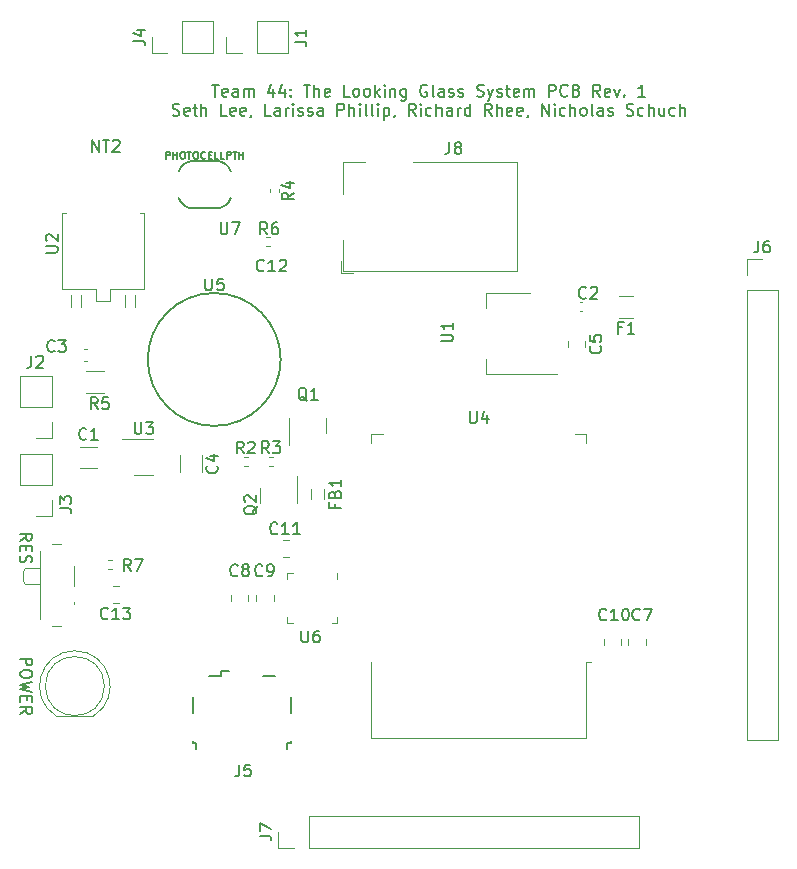
<source format=gbr>
%TF.GenerationSoftware,KiCad,Pcbnew,(6.0.1)*%
%TF.CreationDate,2022-03-22T21:47:25-04:00*%
%TF.ProjectId,Looking Glass,4c6f6f6b-696e-4672-9047-6c6173732e6b,rev?*%
%TF.SameCoordinates,Original*%
%TF.FileFunction,Legend,Top*%
%TF.FilePolarity,Positive*%
%FSLAX46Y46*%
G04 Gerber Fmt 4.6, Leading zero omitted, Abs format (unit mm)*
G04 Created by KiCad (PCBNEW (6.0.1)) date 2022-03-22 21:47:25*
%MOMM*%
%LPD*%
G01*
G04 APERTURE LIST*
%ADD10C,0.150000*%
%ADD11C,0.127000*%
%ADD12C,0.120000*%
%ADD13C,0.152400*%
%ADD14C,0.203200*%
G04 APERTURE END LIST*
D10*
X47519047Y-106547380D02*
X48090476Y-106547380D01*
X47804761Y-107547380D02*
X47804761Y-106547380D01*
X48804761Y-107499761D02*
X48709523Y-107547380D01*
X48519047Y-107547380D01*
X48423809Y-107499761D01*
X48376190Y-107404523D01*
X48376190Y-107023571D01*
X48423809Y-106928333D01*
X48519047Y-106880714D01*
X48709523Y-106880714D01*
X48804761Y-106928333D01*
X48852380Y-107023571D01*
X48852380Y-107118809D01*
X48376190Y-107214047D01*
X49709523Y-107547380D02*
X49709523Y-107023571D01*
X49661904Y-106928333D01*
X49566666Y-106880714D01*
X49376190Y-106880714D01*
X49280952Y-106928333D01*
X49709523Y-107499761D02*
X49614285Y-107547380D01*
X49376190Y-107547380D01*
X49280952Y-107499761D01*
X49233333Y-107404523D01*
X49233333Y-107309285D01*
X49280952Y-107214047D01*
X49376190Y-107166428D01*
X49614285Y-107166428D01*
X49709523Y-107118809D01*
X50185714Y-107547380D02*
X50185714Y-106880714D01*
X50185714Y-106975952D02*
X50233333Y-106928333D01*
X50328571Y-106880714D01*
X50471428Y-106880714D01*
X50566666Y-106928333D01*
X50614285Y-107023571D01*
X50614285Y-107547380D01*
X50614285Y-107023571D02*
X50661904Y-106928333D01*
X50757142Y-106880714D01*
X50900000Y-106880714D01*
X50995238Y-106928333D01*
X51042857Y-107023571D01*
X51042857Y-107547380D01*
X52709523Y-106880714D02*
X52709523Y-107547380D01*
X52471428Y-106499761D02*
X52233333Y-107214047D01*
X52852380Y-107214047D01*
X53661904Y-106880714D02*
X53661904Y-107547380D01*
X53423809Y-106499761D02*
X53185714Y-107214047D01*
X53804761Y-107214047D01*
X54185714Y-107452142D02*
X54233333Y-107499761D01*
X54185714Y-107547380D01*
X54138095Y-107499761D01*
X54185714Y-107452142D01*
X54185714Y-107547380D01*
X54185714Y-106928333D02*
X54233333Y-106975952D01*
X54185714Y-107023571D01*
X54138095Y-106975952D01*
X54185714Y-106928333D01*
X54185714Y-107023571D01*
X55280952Y-106547380D02*
X55852380Y-106547380D01*
X55566666Y-107547380D02*
X55566666Y-106547380D01*
X56185714Y-107547380D02*
X56185714Y-106547380D01*
X56614285Y-107547380D02*
X56614285Y-107023571D01*
X56566666Y-106928333D01*
X56471428Y-106880714D01*
X56328571Y-106880714D01*
X56233333Y-106928333D01*
X56185714Y-106975952D01*
X57471428Y-107499761D02*
X57376190Y-107547380D01*
X57185714Y-107547380D01*
X57090476Y-107499761D01*
X57042857Y-107404523D01*
X57042857Y-107023571D01*
X57090476Y-106928333D01*
X57185714Y-106880714D01*
X57376190Y-106880714D01*
X57471428Y-106928333D01*
X57519047Y-107023571D01*
X57519047Y-107118809D01*
X57042857Y-107214047D01*
X59185714Y-107547380D02*
X58709523Y-107547380D01*
X58709523Y-106547380D01*
X59661904Y-107547380D02*
X59566666Y-107499761D01*
X59519047Y-107452142D01*
X59471428Y-107356904D01*
X59471428Y-107071190D01*
X59519047Y-106975952D01*
X59566666Y-106928333D01*
X59661904Y-106880714D01*
X59804761Y-106880714D01*
X59900000Y-106928333D01*
X59947619Y-106975952D01*
X59995238Y-107071190D01*
X59995238Y-107356904D01*
X59947619Y-107452142D01*
X59900000Y-107499761D01*
X59804761Y-107547380D01*
X59661904Y-107547380D01*
X60566666Y-107547380D02*
X60471428Y-107499761D01*
X60423809Y-107452142D01*
X60376190Y-107356904D01*
X60376190Y-107071190D01*
X60423809Y-106975952D01*
X60471428Y-106928333D01*
X60566666Y-106880714D01*
X60709523Y-106880714D01*
X60804761Y-106928333D01*
X60852380Y-106975952D01*
X60900000Y-107071190D01*
X60900000Y-107356904D01*
X60852380Y-107452142D01*
X60804761Y-107499761D01*
X60709523Y-107547380D01*
X60566666Y-107547380D01*
X61328571Y-107547380D02*
X61328571Y-106547380D01*
X61423809Y-107166428D02*
X61709523Y-107547380D01*
X61709523Y-106880714D02*
X61328571Y-107261666D01*
X62138095Y-107547380D02*
X62138095Y-106880714D01*
X62138095Y-106547380D02*
X62090476Y-106595000D01*
X62138095Y-106642619D01*
X62185714Y-106595000D01*
X62138095Y-106547380D01*
X62138095Y-106642619D01*
X62614285Y-106880714D02*
X62614285Y-107547380D01*
X62614285Y-106975952D02*
X62661904Y-106928333D01*
X62757142Y-106880714D01*
X62900000Y-106880714D01*
X62995238Y-106928333D01*
X63042857Y-107023571D01*
X63042857Y-107547380D01*
X63947619Y-106880714D02*
X63947619Y-107690238D01*
X63900000Y-107785476D01*
X63852380Y-107833095D01*
X63757142Y-107880714D01*
X63614285Y-107880714D01*
X63519047Y-107833095D01*
X63947619Y-107499761D02*
X63852380Y-107547380D01*
X63661904Y-107547380D01*
X63566666Y-107499761D01*
X63519047Y-107452142D01*
X63471428Y-107356904D01*
X63471428Y-107071190D01*
X63519047Y-106975952D01*
X63566666Y-106928333D01*
X63661904Y-106880714D01*
X63852380Y-106880714D01*
X63947619Y-106928333D01*
X65709523Y-106595000D02*
X65614285Y-106547380D01*
X65471428Y-106547380D01*
X65328571Y-106595000D01*
X65233333Y-106690238D01*
X65185714Y-106785476D01*
X65138095Y-106975952D01*
X65138095Y-107118809D01*
X65185714Y-107309285D01*
X65233333Y-107404523D01*
X65328571Y-107499761D01*
X65471428Y-107547380D01*
X65566666Y-107547380D01*
X65709523Y-107499761D01*
X65757142Y-107452142D01*
X65757142Y-107118809D01*
X65566666Y-107118809D01*
X66328571Y-107547380D02*
X66233333Y-107499761D01*
X66185714Y-107404523D01*
X66185714Y-106547380D01*
X67138095Y-107547380D02*
X67138095Y-107023571D01*
X67090476Y-106928333D01*
X66995238Y-106880714D01*
X66804761Y-106880714D01*
X66709523Y-106928333D01*
X67138095Y-107499761D02*
X67042857Y-107547380D01*
X66804761Y-107547380D01*
X66709523Y-107499761D01*
X66661904Y-107404523D01*
X66661904Y-107309285D01*
X66709523Y-107214047D01*
X66804761Y-107166428D01*
X67042857Y-107166428D01*
X67138095Y-107118809D01*
X67566666Y-107499761D02*
X67661904Y-107547380D01*
X67852380Y-107547380D01*
X67947619Y-107499761D01*
X67995238Y-107404523D01*
X67995238Y-107356904D01*
X67947619Y-107261666D01*
X67852380Y-107214047D01*
X67709523Y-107214047D01*
X67614285Y-107166428D01*
X67566666Y-107071190D01*
X67566666Y-107023571D01*
X67614285Y-106928333D01*
X67709523Y-106880714D01*
X67852380Y-106880714D01*
X67947619Y-106928333D01*
X68376190Y-107499761D02*
X68471428Y-107547380D01*
X68661904Y-107547380D01*
X68757142Y-107499761D01*
X68804761Y-107404523D01*
X68804761Y-107356904D01*
X68757142Y-107261666D01*
X68661904Y-107214047D01*
X68519047Y-107214047D01*
X68423809Y-107166428D01*
X68376190Y-107071190D01*
X68376190Y-107023571D01*
X68423809Y-106928333D01*
X68519047Y-106880714D01*
X68661904Y-106880714D01*
X68757142Y-106928333D01*
X69947619Y-107499761D02*
X70090476Y-107547380D01*
X70328571Y-107547380D01*
X70423809Y-107499761D01*
X70471428Y-107452142D01*
X70519047Y-107356904D01*
X70519047Y-107261666D01*
X70471428Y-107166428D01*
X70423809Y-107118809D01*
X70328571Y-107071190D01*
X70138095Y-107023571D01*
X70042857Y-106975952D01*
X69995238Y-106928333D01*
X69947619Y-106833095D01*
X69947619Y-106737857D01*
X69995238Y-106642619D01*
X70042857Y-106595000D01*
X70138095Y-106547380D01*
X70376190Y-106547380D01*
X70519047Y-106595000D01*
X70852380Y-106880714D02*
X71090476Y-107547380D01*
X71328571Y-106880714D02*
X71090476Y-107547380D01*
X70995238Y-107785476D01*
X70947619Y-107833095D01*
X70852380Y-107880714D01*
X71661904Y-107499761D02*
X71757142Y-107547380D01*
X71947619Y-107547380D01*
X72042857Y-107499761D01*
X72090476Y-107404523D01*
X72090476Y-107356904D01*
X72042857Y-107261666D01*
X71947619Y-107214047D01*
X71804761Y-107214047D01*
X71709523Y-107166428D01*
X71661904Y-107071190D01*
X71661904Y-107023571D01*
X71709523Y-106928333D01*
X71804761Y-106880714D01*
X71947619Y-106880714D01*
X72042857Y-106928333D01*
X72376190Y-106880714D02*
X72757142Y-106880714D01*
X72519047Y-106547380D02*
X72519047Y-107404523D01*
X72566666Y-107499761D01*
X72661904Y-107547380D01*
X72757142Y-107547380D01*
X73471428Y-107499761D02*
X73376190Y-107547380D01*
X73185714Y-107547380D01*
X73090476Y-107499761D01*
X73042857Y-107404523D01*
X73042857Y-107023571D01*
X73090476Y-106928333D01*
X73185714Y-106880714D01*
X73376190Y-106880714D01*
X73471428Y-106928333D01*
X73519047Y-107023571D01*
X73519047Y-107118809D01*
X73042857Y-107214047D01*
X73947619Y-107547380D02*
X73947619Y-106880714D01*
X73947619Y-106975952D02*
X73995238Y-106928333D01*
X74090476Y-106880714D01*
X74233333Y-106880714D01*
X74328571Y-106928333D01*
X74376190Y-107023571D01*
X74376190Y-107547380D01*
X74376190Y-107023571D02*
X74423809Y-106928333D01*
X74519047Y-106880714D01*
X74661904Y-106880714D01*
X74757142Y-106928333D01*
X74804761Y-107023571D01*
X74804761Y-107547380D01*
X76042857Y-107547380D02*
X76042857Y-106547380D01*
X76423809Y-106547380D01*
X76519047Y-106595000D01*
X76566666Y-106642619D01*
X76614285Y-106737857D01*
X76614285Y-106880714D01*
X76566666Y-106975952D01*
X76519047Y-107023571D01*
X76423809Y-107071190D01*
X76042857Y-107071190D01*
X77614285Y-107452142D02*
X77566666Y-107499761D01*
X77423809Y-107547380D01*
X77328571Y-107547380D01*
X77185714Y-107499761D01*
X77090476Y-107404523D01*
X77042857Y-107309285D01*
X76995238Y-107118809D01*
X76995238Y-106975952D01*
X77042857Y-106785476D01*
X77090476Y-106690238D01*
X77185714Y-106595000D01*
X77328571Y-106547380D01*
X77423809Y-106547380D01*
X77566666Y-106595000D01*
X77614285Y-106642619D01*
X78376190Y-107023571D02*
X78519047Y-107071190D01*
X78566666Y-107118809D01*
X78614285Y-107214047D01*
X78614285Y-107356904D01*
X78566666Y-107452142D01*
X78519047Y-107499761D01*
X78423809Y-107547380D01*
X78042857Y-107547380D01*
X78042857Y-106547380D01*
X78376190Y-106547380D01*
X78471428Y-106595000D01*
X78519047Y-106642619D01*
X78566666Y-106737857D01*
X78566666Y-106833095D01*
X78519047Y-106928333D01*
X78471428Y-106975952D01*
X78376190Y-107023571D01*
X78042857Y-107023571D01*
X80376190Y-107547380D02*
X80042857Y-107071190D01*
X79804761Y-107547380D02*
X79804761Y-106547380D01*
X80185714Y-106547380D01*
X80280952Y-106595000D01*
X80328571Y-106642619D01*
X80376190Y-106737857D01*
X80376190Y-106880714D01*
X80328571Y-106975952D01*
X80280952Y-107023571D01*
X80185714Y-107071190D01*
X79804761Y-107071190D01*
X81185714Y-107499761D02*
X81090476Y-107547380D01*
X80899999Y-107547380D01*
X80804761Y-107499761D01*
X80757142Y-107404523D01*
X80757142Y-107023571D01*
X80804761Y-106928333D01*
X80899999Y-106880714D01*
X81090476Y-106880714D01*
X81185714Y-106928333D01*
X81233333Y-107023571D01*
X81233333Y-107118809D01*
X80757142Y-107214047D01*
X81566666Y-106880714D02*
X81804761Y-107547380D01*
X82042857Y-106880714D01*
X82423809Y-107452142D02*
X82471428Y-107499761D01*
X82423809Y-107547380D01*
X82376190Y-107499761D01*
X82423809Y-107452142D01*
X82423809Y-107547380D01*
X84185714Y-107547380D02*
X83614285Y-107547380D01*
X83900000Y-107547380D02*
X83900000Y-106547380D01*
X83804761Y-106690238D01*
X83709523Y-106785476D01*
X83614285Y-106833095D01*
X44185714Y-109109761D02*
X44328571Y-109157380D01*
X44566666Y-109157380D01*
X44661904Y-109109761D01*
X44709523Y-109062142D01*
X44757142Y-108966904D01*
X44757142Y-108871666D01*
X44709523Y-108776428D01*
X44661904Y-108728809D01*
X44566666Y-108681190D01*
X44376190Y-108633571D01*
X44280952Y-108585952D01*
X44233333Y-108538333D01*
X44185714Y-108443095D01*
X44185714Y-108347857D01*
X44233333Y-108252619D01*
X44280952Y-108205000D01*
X44376190Y-108157380D01*
X44614285Y-108157380D01*
X44757142Y-108205000D01*
X45566666Y-109109761D02*
X45471428Y-109157380D01*
X45280952Y-109157380D01*
X45185714Y-109109761D01*
X45138095Y-109014523D01*
X45138095Y-108633571D01*
X45185714Y-108538333D01*
X45280952Y-108490714D01*
X45471428Y-108490714D01*
X45566666Y-108538333D01*
X45614285Y-108633571D01*
X45614285Y-108728809D01*
X45138095Y-108824047D01*
X45900000Y-108490714D02*
X46280952Y-108490714D01*
X46042857Y-108157380D02*
X46042857Y-109014523D01*
X46090476Y-109109761D01*
X46185714Y-109157380D01*
X46280952Y-109157380D01*
X46614285Y-109157380D02*
X46614285Y-108157380D01*
X47042857Y-109157380D02*
X47042857Y-108633571D01*
X46995238Y-108538333D01*
X46900000Y-108490714D01*
X46757142Y-108490714D01*
X46661904Y-108538333D01*
X46614285Y-108585952D01*
X48757142Y-109157380D02*
X48280952Y-109157380D01*
X48280952Y-108157380D01*
X49471428Y-109109761D02*
X49376190Y-109157380D01*
X49185714Y-109157380D01*
X49090476Y-109109761D01*
X49042857Y-109014523D01*
X49042857Y-108633571D01*
X49090476Y-108538333D01*
X49185714Y-108490714D01*
X49376190Y-108490714D01*
X49471428Y-108538333D01*
X49519047Y-108633571D01*
X49519047Y-108728809D01*
X49042857Y-108824047D01*
X50328571Y-109109761D02*
X50233333Y-109157380D01*
X50042857Y-109157380D01*
X49947619Y-109109761D01*
X49900000Y-109014523D01*
X49900000Y-108633571D01*
X49947619Y-108538333D01*
X50042857Y-108490714D01*
X50233333Y-108490714D01*
X50328571Y-108538333D01*
X50376190Y-108633571D01*
X50376190Y-108728809D01*
X49900000Y-108824047D01*
X50852380Y-109109761D02*
X50852380Y-109157380D01*
X50804761Y-109252619D01*
X50757142Y-109300238D01*
X52519047Y-109157380D02*
X52042857Y-109157380D01*
X52042857Y-108157380D01*
X53280952Y-109157380D02*
X53280952Y-108633571D01*
X53233333Y-108538333D01*
X53138095Y-108490714D01*
X52947619Y-108490714D01*
X52852380Y-108538333D01*
X53280952Y-109109761D02*
X53185714Y-109157380D01*
X52947619Y-109157380D01*
X52852380Y-109109761D01*
X52804761Y-109014523D01*
X52804761Y-108919285D01*
X52852380Y-108824047D01*
X52947619Y-108776428D01*
X53185714Y-108776428D01*
X53280952Y-108728809D01*
X53757142Y-109157380D02*
X53757142Y-108490714D01*
X53757142Y-108681190D02*
X53804761Y-108585952D01*
X53852380Y-108538333D01*
X53947619Y-108490714D01*
X54042857Y-108490714D01*
X54376190Y-109157380D02*
X54376190Y-108490714D01*
X54376190Y-108157380D02*
X54328571Y-108205000D01*
X54376190Y-108252619D01*
X54423809Y-108205000D01*
X54376190Y-108157380D01*
X54376190Y-108252619D01*
X54804761Y-109109761D02*
X54900000Y-109157380D01*
X55090476Y-109157380D01*
X55185714Y-109109761D01*
X55233333Y-109014523D01*
X55233333Y-108966904D01*
X55185714Y-108871666D01*
X55090476Y-108824047D01*
X54947619Y-108824047D01*
X54852380Y-108776428D01*
X54804761Y-108681190D01*
X54804761Y-108633571D01*
X54852380Y-108538333D01*
X54947619Y-108490714D01*
X55090476Y-108490714D01*
X55185714Y-108538333D01*
X55614285Y-109109761D02*
X55709523Y-109157380D01*
X55900000Y-109157380D01*
X55995238Y-109109761D01*
X56042857Y-109014523D01*
X56042857Y-108966904D01*
X55995238Y-108871666D01*
X55900000Y-108824047D01*
X55757142Y-108824047D01*
X55661904Y-108776428D01*
X55614285Y-108681190D01*
X55614285Y-108633571D01*
X55661904Y-108538333D01*
X55757142Y-108490714D01*
X55900000Y-108490714D01*
X55995238Y-108538333D01*
X56900000Y-109157380D02*
X56900000Y-108633571D01*
X56852380Y-108538333D01*
X56757142Y-108490714D01*
X56566666Y-108490714D01*
X56471428Y-108538333D01*
X56900000Y-109109761D02*
X56804761Y-109157380D01*
X56566666Y-109157380D01*
X56471428Y-109109761D01*
X56423809Y-109014523D01*
X56423809Y-108919285D01*
X56471428Y-108824047D01*
X56566666Y-108776428D01*
X56804761Y-108776428D01*
X56900000Y-108728809D01*
X58138095Y-109157380D02*
X58138095Y-108157380D01*
X58519047Y-108157380D01*
X58614285Y-108205000D01*
X58661904Y-108252619D01*
X58709523Y-108347857D01*
X58709523Y-108490714D01*
X58661904Y-108585952D01*
X58614285Y-108633571D01*
X58519047Y-108681190D01*
X58138095Y-108681190D01*
X59138095Y-109157380D02*
X59138095Y-108157380D01*
X59566666Y-109157380D02*
X59566666Y-108633571D01*
X59519047Y-108538333D01*
X59423809Y-108490714D01*
X59280952Y-108490714D01*
X59185714Y-108538333D01*
X59138095Y-108585952D01*
X60042857Y-109157380D02*
X60042857Y-108490714D01*
X60042857Y-108157380D02*
X59995238Y-108205000D01*
X60042857Y-108252619D01*
X60090476Y-108205000D01*
X60042857Y-108157380D01*
X60042857Y-108252619D01*
X60661904Y-109157380D02*
X60566666Y-109109761D01*
X60519047Y-109014523D01*
X60519047Y-108157380D01*
X61185714Y-109157380D02*
X61090476Y-109109761D01*
X61042857Y-109014523D01*
X61042857Y-108157380D01*
X61566666Y-109157380D02*
X61566666Y-108490714D01*
X61566666Y-108157380D02*
X61519047Y-108205000D01*
X61566666Y-108252619D01*
X61614285Y-108205000D01*
X61566666Y-108157380D01*
X61566666Y-108252619D01*
X62042857Y-108490714D02*
X62042857Y-109490714D01*
X62042857Y-108538333D02*
X62138095Y-108490714D01*
X62328571Y-108490714D01*
X62423809Y-108538333D01*
X62471428Y-108585952D01*
X62519047Y-108681190D01*
X62519047Y-108966904D01*
X62471428Y-109062142D01*
X62423809Y-109109761D01*
X62328571Y-109157380D01*
X62138095Y-109157380D01*
X62042857Y-109109761D01*
X62995238Y-109109761D02*
X62995238Y-109157380D01*
X62947619Y-109252619D01*
X62900000Y-109300238D01*
X64757142Y-109157380D02*
X64423809Y-108681190D01*
X64185714Y-109157380D02*
X64185714Y-108157380D01*
X64566666Y-108157380D01*
X64661904Y-108205000D01*
X64709523Y-108252619D01*
X64757142Y-108347857D01*
X64757142Y-108490714D01*
X64709523Y-108585952D01*
X64661904Y-108633571D01*
X64566666Y-108681190D01*
X64185714Y-108681190D01*
X65185714Y-109157380D02*
X65185714Y-108490714D01*
X65185714Y-108157380D02*
X65138095Y-108205000D01*
X65185714Y-108252619D01*
X65233333Y-108205000D01*
X65185714Y-108157380D01*
X65185714Y-108252619D01*
X66090476Y-109109761D02*
X65995238Y-109157380D01*
X65804761Y-109157380D01*
X65709523Y-109109761D01*
X65661904Y-109062142D01*
X65614285Y-108966904D01*
X65614285Y-108681190D01*
X65661904Y-108585952D01*
X65709523Y-108538333D01*
X65804761Y-108490714D01*
X65995238Y-108490714D01*
X66090476Y-108538333D01*
X66519047Y-109157380D02*
X66519047Y-108157380D01*
X66947619Y-109157380D02*
X66947619Y-108633571D01*
X66900000Y-108538333D01*
X66804761Y-108490714D01*
X66661904Y-108490714D01*
X66566666Y-108538333D01*
X66519047Y-108585952D01*
X67852380Y-109157380D02*
X67852380Y-108633571D01*
X67804761Y-108538333D01*
X67709523Y-108490714D01*
X67519047Y-108490714D01*
X67423809Y-108538333D01*
X67852380Y-109109761D02*
X67757142Y-109157380D01*
X67519047Y-109157380D01*
X67423809Y-109109761D01*
X67376190Y-109014523D01*
X67376190Y-108919285D01*
X67423809Y-108824047D01*
X67519047Y-108776428D01*
X67757142Y-108776428D01*
X67852380Y-108728809D01*
X68328571Y-109157380D02*
X68328571Y-108490714D01*
X68328571Y-108681190D02*
X68376190Y-108585952D01*
X68423809Y-108538333D01*
X68519047Y-108490714D01*
X68614285Y-108490714D01*
X69376190Y-109157380D02*
X69376190Y-108157380D01*
X69376190Y-109109761D02*
X69280952Y-109157380D01*
X69090476Y-109157380D01*
X68995238Y-109109761D01*
X68947619Y-109062142D01*
X68900000Y-108966904D01*
X68900000Y-108681190D01*
X68947619Y-108585952D01*
X68995238Y-108538333D01*
X69090476Y-108490714D01*
X69280952Y-108490714D01*
X69376190Y-108538333D01*
X71185714Y-109157380D02*
X70852380Y-108681190D01*
X70614285Y-109157380D02*
X70614285Y-108157380D01*
X70995238Y-108157380D01*
X71090476Y-108205000D01*
X71138095Y-108252619D01*
X71185714Y-108347857D01*
X71185714Y-108490714D01*
X71138095Y-108585952D01*
X71090476Y-108633571D01*
X70995238Y-108681190D01*
X70614285Y-108681190D01*
X71614285Y-109157380D02*
X71614285Y-108157380D01*
X72042857Y-109157380D02*
X72042857Y-108633571D01*
X71995238Y-108538333D01*
X71900000Y-108490714D01*
X71757142Y-108490714D01*
X71661904Y-108538333D01*
X71614285Y-108585952D01*
X72900000Y-109109761D02*
X72804761Y-109157380D01*
X72614285Y-109157380D01*
X72519047Y-109109761D01*
X72471428Y-109014523D01*
X72471428Y-108633571D01*
X72519047Y-108538333D01*
X72614285Y-108490714D01*
X72804761Y-108490714D01*
X72900000Y-108538333D01*
X72947619Y-108633571D01*
X72947619Y-108728809D01*
X72471428Y-108824047D01*
X73757142Y-109109761D02*
X73661904Y-109157380D01*
X73471428Y-109157380D01*
X73376190Y-109109761D01*
X73328571Y-109014523D01*
X73328571Y-108633571D01*
X73376190Y-108538333D01*
X73471428Y-108490714D01*
X73661904Y-108490714D01*
X73757142Y-108538333D01*
X73804761Y-108633571D01*
X73804761Y-108728809D01*
X73328571Y-108824047D01*
X74280952Y-109109761D02*
X74280952Y-109157380D01*
X74233333Y-109252619D01*
X74185714Y-109300238D01*
X75471428Y-109157380D02*
X75471428Y-108157380D01*
X76042857Y-109157380D01*
X76042857Y-108157380D01*
X76519047Y-109157380D02*
X76519047Y-108490714D01*
X76519047Y-108157380D02*
X76471428Y-108205000D01*
X76519047Y-108252619D01*
X76566666Y-108205000D01*
X76519047Y-108157380D01*
X76519047Y-108252619D01*
X77423809Y-109109761D02*
X77328571Y-109157380D01*
X77138095Y-109157380D01*
X77042857Y-109109761D01*
X76995238Y-109062142D01*
X76947619Y-108966904D01*
X76947619Y-108681190D01*
X76995238Y-108585952D01*
X77042857Y-108538333D01*
X77138095Y-108490714D01*
X77328571Y-108490714D01*
X77423809Y-108538333D01*
X77852380Y-109157380D02*
X77852380Y-108157380D01*
X78280952Y-109157380D02*
X78280952Y-108633571D01*
X78233333Y-108538333D01*
X78138095Y-108490714D01*
X77995238Y-108490714D01*
X77900000Y-108538333D01*
X77852380Y-108585952D01*
X78900000Y-109157380D02*
X78804761Y-109109761D01*
X78757142Y-109062142D01*
X78709523Y-108966904D01*
X78709523Y-108681190D01*
X78757142Y-108585952D01*
X78804761Y-108538333D01*
X78900000Y-108490714D01*
X79042857Y-108490714D01*
X79138095Y-108538333D01*
X79185714Y-108585952D01*
X79233333Y-108681190D01*
X79233333Y-108966904D01*
X79185714Y-109062142D01*
X79138095Y-109109761D01*
X79042857Y-109157380D01*
X78900000Y-109157380D01*
X79804761Y-109157380D02*
X79709523Y-109109761D01*
X79661904Y-109014523D01*
X79661904Y-108157380D01*
X80614285Y-109157380D02*
X80614285Y-108633571D01*
X80566666Y-108538333D01*
X80471428Y-108490714D01*
X80280952Y-108490714D01*
X80185714Y-108538333D01*
X80614285Y-109109761D02*
X80519047Y-109157380D01*
X80280952Y-109157380D01*
X80185714Y-109109761D01*
X80138095Y-109014523D01*
X80138095Y-108919285D01*
X80185714Y-108824047D01*
X80280952Y-108776428D01*
X80519047Y-108776428D01*
X80614285Y-108728809D01*
X81042857Y-109109761D02*
X81138095Y-109157380D01*
X81328571Y-109157380D01*
X81423809Y-109109761D01*
X81471428Y-109014523D01*
X81471428Y-108966904D01*
X81423809Y-108871666D01*
X81328571Y-108824047D01*
X81185714Y-108824047D01*
X81090476Y-108776428D01*
X81042857Y-108681190D01*
X81042857Y-108633571D01*
X81090476Y-108538333D01*
X81185714Y-108490714D01*
X81328571Y-108490714D01*
X81423809Y-108538333D01*
X82614285Y-109109761D02*
X82757142Y-109157380D01*
X82995238Y-109157380D01*
X83090476Y-109109761D01*
X83138095Y-109062142D01*
X83185714Y-108966904D01*
X83185714Y-108871666D01*
X83138095Y-108776428D01*
X83090476Y-108728809D01*
X82995238Y-108681190D01*
X82804761Y-108633571D01*
X82709523Y-108585952D01*
X82661904Y-108538333D01*
X82614285Y-108443095D01*
X82614285Y-108347857D01*
X82661904Y-108252619D01*
X82709523Y-108205000D01*
X82804761Y-108157380D01*
X83042857Y-108157380D01*
X83185714Y-108205000D01*
X84042857Y-109109761D02*
X83947619Y-109157380D01*
X83757142Y-109157380D01*
X83661904Y-109109761D01*
X83614285Y-109062142D01*
X83566666Y-108966904D01*
X83566666Y-108681190D01*
X83614285Y-108585952D01*
X83661904Y-108538333D01*
X83757142Y-108490714D01*
X83947619Y-108490714D01*
X84042857Y-108538333D01*
X84471428Y-109157380D02*
X84471428Y-108157380D01*
X84900000Y-109157380D02*
X84900000Y-108633571D01*
X84852380Y-108538333D01*
X84757142Y-108490714D01*
X84614285Y-108490714D01*
X84519047Y-108538333D01*
X84471428Y-108585952D01*
X85804761Y-108490714D02*
X85804761Y-109157380D01*
X85376190Y-108490714D02*
X85376190Y-109014523D01*
X85423809Y-109109761D01*
X85519047Y-109157380D01*
X85661904Y-109157380D01*
X85757142Y-109109761D01*
X85804761Y-109062142D01*
X86709523Y-109109761D02*
X86614285Y-109157380D01*
X86423809Y-109157380D01*
X86328571Y-109109761D01*
X86280952Y-109062142D01*
X86233333Y-108966904D01*
X86233333Y-108681190D01*
X86280952Y-108585952D01*
X86328571Y-108538333D01*
X86423809Y-108490714D01*
X86614285Y-108490714D01*
X86709523Y-108538333D01*
X87138095Y-109157380D02*
X87138095Y-108157380D01*
X87566666Y-109157380D02*
X87566666Y-108633571D01*
X87519047Y-108538333D01*
X87423809Y-108490714D01*
X87280952Y-108490714D01*
X87185714Y-108538333D01*
X87138095Y-108585952D01*
X33452380Y-120761904D02*
X34261904Y-120761904D01*
X34357142Y-120714285D01*
X34404761Y-120666666D01*
X34452380Y-120571428D01*
X34452380Y-120380952D01*
X34404761Y-120285714D01*
X34357142Y-120238095D01*
X34261904Y-120190476D01*
X33452380Y-120190476D01*
X33547619Y-119761904D02*
X33500000Y-119714285D01*
X33452380Y-119619047D01*
X33452380Y-119380952D01*
X33500000Y-119285714D01*
X33547619Y-119238095D01*
X33642857Y-119190476D01*
X33738095Y-119190476D01*
X33880952Y-119238095D01*
X34452380Y-119809523D01*
X34452380Y-119190476D01*
X31297619Y-155140476D02*
X32297619Y-155140476D01*
X32297619Y-155521428D01*
X32250000Y-155616666D01*
X32202380Y-155664285D01*
X32107142Y-155711904D01*
X31964285Y-155711904D01*
X31869047Y-155664285D01*
X31821428Y-155616666D01*
X31773809Y-155521428D01*
X31773809Y-155140476D01*
X32297619Y-156330952D02*
X32297619Y-156521428D01*
X32250000Y-156616666D01*
X32154761Y-156711904D01*
X31964285Y-156759523D01*
X31630952Y-156759523D01*
X31440476Y-156711904D01*
X31345238Y-156616666D01*
X31297619Y-156521428D01*
X31297619Y-156330952D01*
X31345238Y-156235714D01*
X31440476Y-156140476D01*
X31630952Y-156092857D01*
X31964285Y-156092857D01*
X32154761Y-156140476D01*
X32250000Y-156235714D01*
X32297619Y-156330952D01*
X32297619Y-157092857D02*
X31297619Y-157330952D01*
X32011904Y-157521428D01*
X31297619Y-157711904D01*
X32297619Y-157950000D01*
X31821428Y-158330952D02*
X31821428Y-158664285D01*
X31297619Y-158807142D02*
X31297619Y-158330952D01*
X32297619Y-158330952D01*
X32297619Y-158807142D01*
X31297619Y-159807142D02*
X31773809Y-159473809D01*
X31297619Y-159235714D02*
X32297619Y-159235714D01*
X32297619Y-159616666D01*
X32250000Y-159711904D01*
X32202380Y-159759523D01*
X32107142Y-159807142D01*
X31964285Y-159807142D01*
X31869047Y-159759523D01*
X31821428Y-159711904D01*
X31773809Y-159616666D01*
X31773809Y-159235714D01*
X48238095Y-118202380D02*
X48238095Y-119011904D01*
X48285714Y-119107142D01*
X48333333Y-119154761D01*
X48428571Y-119202380D01*
X48619047Y-119202380D01*
X48714285Y-119154761D01*
X48761904Y-119107142D01*
X48809523Y-119011904D01*
X48809523Y-118202380D01*
X49190476Y-118202380D02*
X49857142Y-118202380D01*
X49428571Y-119202380D01*
X46938095Y-122952380D02*
X46938095Y-123761904D01*
X46985714Y-123857142D01*
X47033333Y-123904761D01*
X47128571Y-123952380D01*
X47319047Y-123952380D01*
X47414285Y-123904761D01*
X47461904Y-123857142D01*
X47509523Y-123761904D01*
X47509523Y-122952380D01*
X48461904Y-122952380D02*
X47985714Y-122952380D01*
X47938095Y-123428571D01*
X47985714Y-123380952D01*
X48080952Y-123333333D01*
X48319047Y-123333333D01*
X48414285Y-123380952D01*
X48461904Y-123428571D01*
X48509523Y-123523809D01*
X48509523Y-123761904D01*
X48461904Y-123857142D01*
X48414285Y-123904761D01*
X48319047Y-123952380D01*
X48080952Y-123952380D01*
X47985714Y-123904761D01*
X47938095Y-123857142D01*
X31247619Y-145130952D02*
X31723809Y-144797619D01*
X31247619Y-144559523D02*
X32247619Y-144559523D01*
X32247619Y-144940476D01*
X32200000Y-145035714D01*
X32152380Y-145083333D01*
X32057142Y-145130952D01*
X31914285Y-145130952D01*
X31819047Y-145083333D01*
X31771428Y-145035714D01*
X31723809Y-144940476D01*
X31723809Y-144559523D01*
X31771428Y-145559523D02*
X31771428Y-145892857D01*
X31247619Y-146035714D02*
X31247619Y-145559523D01*
X32247619Y-145559523D01*
X32247619Y-146035714D01*
X31295238Y-146416666D02*
X31247619Y-146559523D01*
X31247619Y-146797619D01*
X31295238Y-146892857D01*
X31342857Y-146940476D01*
X31438095Y-146988095D01*
X31533333Y-146988095D01*
X31628571Y-146940476D01*
X31676190Y-146892857D01*
X31723809Y-146797619D01*
X31771428Y-146607142D01*
X31819047Y-146511904D01*
X31866666Y-146464285D01*
X31961904Y-146416666D01*
X32057142Y-146416666D01*
X32152380Y-146464285D01*
X32200000Y-146511904D01*
X32247619Y-146607142D01*
X32247619Y-146845238D01*
X32200000Y-146988095D01*
%TO.C,F1*%
X82216666Y-127093571D02*
X81883333Y-127093571D01*
X81883333Y-127617380D02*
X81883333Y-126617380D01*
X82359523Y-126617380D01*
X83264285Y-127617380D02*
X82692857Y-127617380D01*
X82978571Y-127617380D02*
X82978571Y-126617380D01*
X82883333Y-126760238D01*
X82788095Y-126855476D01*
X82692857Y-126903095D01*
%TO.C,J8*%
X67616666Y-111402380D02*
X67616666Y-112116666D01*
X67569047Y-112259523D01*
X67473809Y-112354761D01*
X67330952Y-112402380D01*
X67235714Y-112402380D01*
X68235714Y-111830952D02*
X68140476Y-111783333D01*
X68092857Y-111735714D01*
X68045238Y-111640476D01*
X68045238Y-111592857D01*
X68092857Y-111497619D01*
X68140476Y-111450000D01*
X68235714Y-111402380D01*
X68426190Y-111402380D01*
X68521428Y-111450000D01*
X68569047Y-111497619D01*
X68616666Y-111592857D01*
X68616666Y-111640476D01*
X68569047Y-111735714D01*
X68521428Y-111783333D01*
X68426190Y-111830952D01*
X68235714Y-111830952D01*
X68140476Y-111878571D01*
X68092857Y-111926190D01*
X68045238Y-112021428D01*
X68045238Y-112211904D01*
X68092857Y-112307142D01*
X68140476Y-112354761D01*
X68235714Y-112402380D01*
X68426190Y-112402380D01*
X68521428Y-112354761D01*
X68569047Y-112307142D01*
X68616666Y-112211904D01*
X68616666Y-112021428D01*
X68569047Y-111926190D01*
X68521428Y-111878571D01*
X68426190Y-111830952D01*
%TO.C,J4*%
X40847380Y-102833333D02*
X41561666Y-102833333D01*
X41704523Y-102880952D01*
X41799761Y-102976190D01*
X41847380Y-103119047D01*
X41847380Y-103214285D01*
X41180714Y-101928571D02*
X41847380Y-101928571D01*
X40799761Y-102166666D02*
X41514047Y-102404761D01*
X41514047Y-101785714D01*
%TO.C,NT1*%
X37357142Y-112211280D02*
X37357142Y-111211280D01*
X37928571Y-112211280D01*
X37928571Y-111211280D01*
X38261904Y-111211280D02*
X38833333Y-111211280D01*
X38547619Y-112211280D02*
X38547619Y-111211280D01*
X39119047Y-111306519D02*
X39166666Y-111258900D01*
X39261904Y-111211280D01*
X39500000Y-111211280D01*
X39595238Y-111258900D01*
X39642857Y-111306519D01*
X39690476Y-111401757D01*
X39690476Y-111496995D01*
X39642857Y-111639852D01*
X39071428Y-112211280D01*
X39690476Y-112211280D01*
%TO.C,U6*%
X55088095Y-152752380D02*
X55088095Y-153561904D01*
X55135714Y-153657142D01*
X55183333Y-153704761D01*
X55278571Y-153752380D01*
X55469047Y-153752380D01*
X55564285Y-153704761D01*
X55611904Y-153657142D01*
X55659523Y-153561904D01*
X55659523Y-152752380D01*
X56564285Y-152752380D02*
X56373809Y-152752380D01*
X56278571Y-152800000D01*
X56230952Y-152847619D01*
X56135714Y-152990476D01*
X56088095Y-153180952D01*
X56088095Y-153561904D01*
X56135714Y-153657142D01*
X56183333Y-153704761D01*
X56278571Y-153752380D01*
X56469047Y-153752380D01*
X56564285Y-153704761D01*
X56611904Y-153657142D01*
X56659523Y-153561904D01*
X56659523Y-153323809D01*
X56611904Y-153228571D01*
X56564285Y-153180952D01*
X56469047Y-153133333D01*
X56278571Y-153133333D01*
X56183333Y-153180952D01*
X56135714Y-153228571D01*
X56088095Y-153323809D01*
%TO.C,R3*%
X52333333Y-137742380D02*
X52000000Y-137266190D01*
X51761904Y-137742380D02*
X51761904Y-136742380D01*
X52142857Y-136742380D01*
X52238095Y-136790000D01*
X52285714Y-136837619D01*
X52333333Y-136932857D01*
X52333333Y-137075714D01*
X52285714Y-137170952D01*
X52238095Y-137218571D01*
X52142857Y-137266190D01*
X51761904Y-137266190D01*
X52666666Y-136742380D02*
X53285714Y-136742380D01*
X52952380Y-137123333D01*
X53095238Y-137123333D01*
X53190476Y-137170952D01*
X53238095Y-137218571D01*
X53285714Y-137313809D01*
X53285714Y-137551904D01*
X53238095Y-137647142D01*
X53190476Y-137694761D01*
X53095238Y-137742380D01*
X52809523Y-137742380D01*
X52714285Y-137694761D01*
X52666666Y-137647142D01*
%TO.C,FB1*%
X57928571Y-142033333D02*
X57928571Y-142366666D01*
X58452380Y-142366666D02*
X57452380Y-142366666D01*
X57452380Y-141890476D01*
X57928571Y-141176190D02*
X57976190Y-141033333D01*
X58023809Y-140985714D01*
X58119047Y-140938095D01*
X58261904Y-140938095D01*
X58357142Y-140985714D01*
X58404761Y-141033333D01*
X58452380Y-141128571D01*
X58452380Y-141509523D01*
X57452380Y-141509523D01*
X57452380Y-141176190D01*
X57500000Y-141080952D01*
X57547619Y-141033333D01*
X57642857Y-140985714D01*
X57738095Y-140985714D01*
X57833333Y-141033333D01*
X57880952Y-141080952D01*
X57928571Y-141176190D01*
X57928571Y-141509523D01*
X58452380Y-139985714D02*
X58452380Y-140557142D01*
X58452380Y-140271428D02*
X57452380Y-140271428D01*
X57595238Y-140366666D01*
X57690476Y-140461904D01*
X57738095Y-140557142D01*
%TO.C,J3*%
X34602380Y-142383333D02*
X35316666Y-142383333D01*
X35459523Y-142430952D01*
X35554761Y-142526190D01*
X35602380Y-142669047D01*
X35602380Y-142764285D01*
X34602380Y-142002380D02*
X34602380Y-141383333D01*
X34983333Y-141716666D01*
X34983333Y-141573809D01*
X35030952Y-141478571D01*
X35078571Y-141430952D01*
X35173809Y-141383333D01*
X35411904Y-141383333D01*
X35507142Y-141430952D01*
X35554761Y-141478571D01*
X35602380Y-141573809D01*
X35602380Y-141859523D01*
X35554761Y-141954761D01*
X35507142Y-142002380D01*
%TO.C,J5*%
X49816666Y-164102380D02*
X49816666Y-164816666D01*
X49769047Y-164959523D01*
X49673809Y-165054761D01*
X49530952Y-165102380D01*
X49435714Y-165102380D01*
X50769047Y-164102380D02*
X50292857Y-164102380D01*
X50245238Y-164578571D01*
X50292857Y-164530952D01*
X50388095Y-164483333D01*
X50626190Y-164483333D01*
X50721428Y-164530952D01*
X50769047Y-164578571D01*
X50816666Y-164673809D01*
X50816666Y-164911904D01*
X50769047Y-165007142D01*
X50721428Y-165054761D01*
X50626190Y-165102380D01*
X50388095Y-165102380D01*
X50292857Y-165054761D01*
X50245238Y-165007142D01*
%TO.C,C8*%
X49683333Y-148057142D02*
X49635714Y-148104761D01*
X49492857Y-148152380D01*
X49397619Y-148152380D01*
X49254761Y-148104761D01*
X49159523Y-148009523D01*
X49111904Y-147914285D01*
X49064285Y-147723809D01*
X49064285Y-147580952D01*
X49111904Y-147390476D01*
X49159523Y-147295238D01*
X49254761Y-147200000D01*
X49397619Y-147152380D01*
X49492857Y-147152380D01*
X49635714Y-147200000D01*
X49683333Y-147247619D01*
X50254761Y-147580952D02*
X50159523Y-147533333D01*
X50111904Y-147485714D01*
X50064285Y-147390476D01*
X50064285Y-147342857D01*
X50111904Y-147247619D01*
X50159523Y-147200000D01*
X50254761Y-147152380D01*
X50445238Y-147152380D01*
X50540476Y-147200000D01*
X50588095Y-147247619D01*
X50635714Y-147342857D01*
X50635714Y-147390476D01*
X50588095Y-147485714D01*
X50540476Y-147533333D01*
X50445238Y-147580952D01*
X50254761Y-147580952D01*
X50159523Y-147628571D01*
X50111904Y-147676190D01*
X50064285Y-147771428D01*
X50064285Y-147961904D01*
X50111904Y-148057142D01*
X50159523Y-148104761D01*
X50254761Y-148152380D01*
X50445238Y-148152380D01*
X50540476Y-148104761D01*
X50588095Y-148057142D01*
X50635714Y-147961904D01*
X50635714Y-147771428D01*
X50588095Y-147676190D01*
X50540476Y-147628571D01*
X50445238Y-147580952D01*
%TO.C,R6*%
X52183333Y-119202380D02*
X51850000Y-118726190D01*
X51611904Y-119202380D02*
X51611904Y-118202380D01*
X51992857Y-118202380D01*
X52088095Y-118250000D01*
X52135714Y-118297619D01*
X52183333Y-118392857D01*
X52183333Y-118535714D01*
X52135714Y-118630952D01*
X52088095Y-118678571D01*
X51992857Y-118726190D01*
X51611904Y-118726190D01*
X53040476Y-118202380D02*
X52850000Y-118202380D01*
X52754761Y-118250000D01*
X52707142Y-118297619D01*
X52611904Y-118440476D01*
X52564285Y-118630952D01*
X52564285Y-119011904D01*
X52611904Y-119107142D01*
X52659523Y-119154761D01*
X52754761Y-119202380D01*
X52945238Y-119202380D01*
X53040476Y-119154761D01*
X53088095Y-119107142D01*
X53135714Y-119011904D01*
X53135714Y-118773809D01*
X53088095Y-118678571D01*
X53040476Y-118630952D01*
X52945238Y-118583333D01*
X52754761Y-118583333D01*
X52659523Y-118630952D01*
X52611904Y-118678571D01*
X52564285Y-118773809D01*
%TO.C,R2*%
X50183333Y-137752380D02*
X49850000Y-137276190D01*
X49611904Y-137752380D02*
X49611904Y-136752380D01*
X49992857Y-136752380D01*
X50088095Y-136800000D01*
X50135714Y-136847619D01*
X50183333Y-136942857D01*
X50183333Y-137085714D01*
X50135714Y-137180952D01*
X50088095Y-137228571D01*
X49992857Y-137276190D01*
X49611904Y-137276190D01*
X50564285Y-136847619D02*
X50611904Y-136800000D01*
X50707142Y-136752380D01*
X50945238Y-136752380D01*
X51040476Y-136800000D01*
X51088095Y-136847619D01*
X51135714Y-136942857D01*
X51135714Y-137038095D01*
X51088095Y-137180952D01*
X50516666Y-137752380D01*
X51135714Y-137752380D01*
%TO.C,C9*%
X51783333Y-148057142D02*
X51735714Y-148104761D01*
X51592857Y-148152380D01*
X51497619Y-148152380D01*
X51354761Y-148104761D01*
X51259523Y-148009523D01*
X51211904Y-147914285D01*
X51164285Y-147723809D01*
X51164285Y-147580952D01*
X51211904Y-147390476D01*
X51259523Y-147295238D01*
X51354761Y-147200000D01*
X51497619Y-147152380D01*
X51592857Y-147152380D01*
X51735714Y-147200000D01*
X51783333Y-147247619D01*
X52259523Y-148152380D02*
X52450000Y-148152380D01*
X52545238Y-148104761D01*
X52592857Y-148057142D01*
X52688095Y-147914285D01*
X52735714Y-147723809D01*
X52735714Y-147342857D01*
X52688095Y-147247619D01*
X52640476Y-147200000D01*
X52545238Y-147152380D01*
X52354761Y-147152380D01*
X52259523Y-147200000D01*
X52211904Y-147247619D01*
X52164285Y-147342857D01*
X52164285Y-147580952D01*
X52211904Y-147676190D01*
X52259523Y-147723809D01*
X52354761Y-147771428D01*
X52545238Y-147771428D01*
X52640476Y-147723809D01*
X52688095Y-147676190D01*
X52735714Y-147580952D01*
%TO.C,J7*%
X51547380Y-170133333D02*
X52261666Y-170133333D01*
X52404523Y-170180952D01*
X52499761Y-170276190D01*
X52547380Y-170419047D01*
X52547380Y-170514285D01*
X51547380Y-169752380D02*
X51547380Y-169085714D01*
X52547380Y-169514285D01*
%TO.C,R4*%
X54422380Y-115676666D02*
X53946190Y-116010000D01*
X54422380Y-116248095D02*
X53422380Y-116248095D01*
X53422380Y-115867142D01*
X53470000Y-115771904D01*
X53517619Y-115724285D01*
X53612857Y-115676666D01*
X53755714Y-115676666D01*
X53850952Y-115724285D01*
X53898571Y-115771904D01*
X53946190Y-115867142D01*
X53946190Y-116248095D01*
X53755714Y-114819523D02*
X54422380Y-114819523D01*
X53374761Y-115057619D02*
X54089047Y-115295714D01*
X54089047Y-114676666D01*
%TO.C,Q1*%
X55554761Y-133297619D02*
X55459523Y-133250000D01*
X55364285Y-133154761D01*
X55221428Y-133011904D01*
X55126190Y-132964285D01*
X55030952Y-132964285D01*
X55078571Y-133202380D02*
X54983333Y-133154761D01*
X54888095Y-133059523D01*
X54840476Y-132869047D01*
X54840476Y-132535714D01*
X54888095Y-132345238D01*
X54983333Y-132250000D01*
X55078571Y-132202380D01*
X55269047Y-132202380D01*
X55364285Y-132250000D01*
X55459523Y-132345238D01*
X55507142Y-132535714D01*
X55507142Y-132869047D01*
X55459523Y-133059523D01*
X55364285Y-133154761D01*
X55269047Y-133202380D01*
X55078571Y-133202380D01*
X56459523Y-133202380D02*
X55888095Y-133202380D01*
X56173809Y-133202380D02*
X56173809Y-132202380D01*
X56078571Y-132345238D01*
X55983333Y-132440476D01*
X55888095Y-132488095D01*
%TO.C,C13*%
X38707142Y-151707142D02*
X38659523Y-151754761D01*
X38516666Y-151802380D01*
X38421428Y-151802380D01*
X38278571Y-151754761D01*
X38183333Y-151659523D01*
X38135714Y-151564285D01*
X38088095Y-151373809D01*
X38088095Y-151230952D01*
X38135714Y-151040476D01*
X38183333Y-150945238D01*
X38278571Y-150850000D01*
X38421428Y-150802380D01*
X38516666Y-150802380D01*
X38659523Y-150850000D01*
X38707142Y-150897619D01*
X39659523Y-151802380D02*
X39088095Y-151802380D01*
X39373809Y-151802380D02*
X39373809Y-150802380D01*
X39278571Y-150945238D01*
X39183333Y-151040476D01*
X39088095Y-151088095D01*
X39992857Y-150802380D02*
X40611904Y-150802380D01*
X40278571Y-151183333D01*
X40421428Y-151183333D01*
X40516666Y-151230952D01*
X40564285Y-151278571D01*
X40611904Y-151373809D01*
X40611904Y-151611904D01*
X40564285Y-151707142D01*
X40516666Y-151754761D01*
X40421428Y-151802380D01*
X40135714Y-151802380D01*
X40040476Y-151754761D01*
X39992857Y-151707142D01*
%TO.C,J2*%
X32216666Y-129502380D02*
X32216666Y-130216666D01*
X32169047Y-130359523D01*
X32073809Y-130454761D01*
X31930952Y-130502380D01*
X31835714Y-130502380D01*
X32645238Y-129597619D02*
X32692857Y-129550000D01*
X32788095Y-129502380D01*
X33026190Y-129502380D01*
X33121428Y-129550000D01*
X33169047Y-129597619D01*
X33216666Y-129692857D01*
X33216666Y-129788095D01*
X33169047Y-129930952D01*
X32597619Y-130502380D01*
X33216666Y-130502380D01*
%TO.C,J1*%
X54502380Y-102883333D02*
X55216666Y-102883333D01*
X55359523Y-102930952D01*
X55454761Y-103026190D01*
X55502380Y-103169047D01*
X55502380Y-103264285D01*
X55502380Y-101883333D02*
X55502380Y-102454761D01*
X55502380Y-102169047D02*
X54502380Y-102169047D01*
X54645238Y-102264285D01*
X54740476Y-102359523D01*
X54788095Y-102454761D01*
%TO.C,C3*%
X34183333Y-129057142D02*
X34135714Y-129104761D01*
X33992857Y-129152380D01*
X33897619Y-129152380D01*
X33754761Y-129104761D01*
X33659523Y-129009523D01*
X33611904Y-128914285D01*
X33564285Y-128723809D01*
X33564285Y-128580952D01*
X33611904Y-128390476D01*
X33659523Y-128295238D01*
X33754761Y-128200000D01*
X33897619Y-128152380D01*
X33992857Y-128152380D01*
X34135714Y-128200000D01*
X34183333Y-128247619D01*
X34516666Y-128152380D02*
X35135714Y-128152380D01*
X34802380Y-128533333D01*
X34945238Y-128533333D01*
X35040476Y-128580952D01*
X35088095Y-128628571D01*
X35135714Y-128723809D01*
X35135714Y-128961904D01*
X35088095Y-129057142D01*
X35040476Y-129104761D01*
X34945238Y-129152380D01*
X34659523Y-129152380D01*
X34564285Y-129104761D01*
X34516666Y-129057142D01*
%TO.C,R7*%
X40633333Y-147702380D02*
X40300000Y-147226190D01*
X40061904Y-147702380D02*
X40061904Y-146702380D01*
X40442857Y-146702380D01*
X40538095Y-146750000D01*
X40585714Y-146797619D01*
X40633333Y-146892857D01*
X40633333Y-147035714D01*
X40585714Y-147130952D01*
X40538095Y-147178571D01*
X40442857Y-147226190D01*
X40061904Y-147226190D01*
X40966666Y-146702380D02*
X41633333Y-146702380D01*
X41204761Y-147702380D01*
%TO.C,C7*%
X83733333Y-151807142D02*
X83685714Y-151854761D01*
X83542857Y-151902380D01*
X83447619Y-151902380D01*
X83304761Y-151854761D01*
X83209523Y-151759523D01*
X83161904Y-151664285D01*
X83114285Y-151473809D01*
X83114285Y-151330952D01*
X83161904Y-151140476D01*
X83209523Y-151045238D01*
X83304761Y-150950000D01*
X83447619Y-150902380D01*
X83542857Y-150902380D01*
X83685714Y-150950000D01*
X83733333Y-150997619D01*
X84066666Y-150902380D02*
X84733333Y-150902380D01*
X84304761Y-151902380D01*
%TO.C,C12*%
X51907142Y-122257142D02*
X51859523Y-122304761D01*
X51716666Y-122352380D01*
X51621428Y-122352380D01*
X51478571Y-122304761D01*
X51383333Y-122209523D01*
X51335714Y-122114285D01*
X51288095Y-121923809D01*
X51288095Y-121780952D01*
X51335714Y-121590476D01*
X51383333Y-121495238D01*
X51478571Y-121400000D01*
X51621428Y-121352380D01*
X51716666Y-121352380D01*
X51859523Y-121400000D01*
X51907142Y-121447619D01*
X52859523Y-122352380D02*
X52288095Y-122352380D01*
X52573809Y-122352380D02*
X52573809Y-121352380D01*
X52478571Y-121495238D01*
X52383333Y-121590476D01*
X52288095Y-121638095D01*
X53240476Y-121447619D02*
X53288095Y-121400000D01*
X53383333Y-121352380D01*
X53621428Y-121352380D01*
X53716666Y-121400000D01*
X53764285Y-121447619D01*
X53811904Y-121542857D01*
X53811904Y-121638095D01*
X53764285Y-121780952D01*
X53192857Y-122352380D01*
X53811904Y-122352380D01*
%TO.C,U3*%
X40958095Y-135112380D02*
X40958095Y-135921904D01*
X41005714Y-136017142D01*
X41053333Y-136064761D01*
X41148571Y-136112380D01*
X41339047Y-136112380D01*
X41434285Y-136064761D01*
X41481904Y-136017142D01*
X41529523Y-135921904D01*
X41529523Y-135112380D01*
X41910476Y-135112380D02*
X42529523Y-135112380D01*
X42196190Y-135493333D01*
X42339047Y-135493333D01*
X42434285Y-135540952D01*
X42481904Y-135588571D01*
X42529523Y-135683809D01*
X42529523Y-135921904D01*
X42481904Y-136017142D01*
X42434285Y-136064761D01*
X42339047Y-136112380D01*
X42053333Y-136112380D01*
X41958095Y-136064761D01*
X41910476Y-136017142D01*
%TO.C,U4*%
X69338095Y-134202380D02*
X69338095Y-135011904D01*
X69385714Y-135107142D01*
X69433333Y-135154761D01*
X69528571Y-135202380D01*
X69719047Y-135202380D01*
X69814285Y-135154761D01*
X69861904Y-135107142D01*
X69909523Y-135011904D01*
X69909523Y-134202380D01*
X70814285Y-134535714D02*
X70814285Y-135202380D01*
X70576190Y-134154761D02*
X70338095Y-134869047D01*
X70957142Y-134869047D01*
%TO.C,C11*%
X53057142Y-144507142D02*
X53009523Y-144554761D01*
X52866666Y-144602380D01*
X52771428Y-144602380D01*
X52628571Y-144554761D01*
X52533333Y-144459523D01*
X52485714Y-144364285D01*
X52438095Y-144173809D01*
X52438095Y-144030952D01*
X52485714Y-143840476D01*
X52533333Y-143745238D01*
X52628571Y-143650000D01*
X52771428Y-143602380D01*
X52866666Y-143602380D01*
X53009523Y-143650000D01*
X53057142Y-143697619D01*
X54009523Y-144602380D02*
X53438095Y-144602380D01*
X53723809Y-144602380D02*
X53723809Y-143602380D01*
X53628571Y-143745238D01*
X53533333Y-143840476D01*
X53438095Y-143888095D01*
X54961904Y-144602380D02*
X54390476Y-144602380D01*
X54676190Y-144602380D02*
X54676190Y-143602380D01*
X54580952Y-143745238D01*
X54485714Y-143840476D01*
X54390476Y-143888095D01*
%TO.C,J6*%
X93766666Y-119742380D02*
X93766666Y-120456666D01*
X93719047Y-120599523D01*
X93623809Y-120694761D01*
X93480952Y-120742380D01*
X93385714Y-120742380D01*
X94671428Y-119742380D02*
X94480952Y-119742380D01*
X94385714Y-119790000D01*
X94338095Y-119837619D01*
X94242857Y-119980476D01*
X94195238Y-120170952D01*
X94195238Y-120551904D01*
X94242857Y-120647142D01*
X94290476Y-120694761D01*
X94385714Y-120742380D01*
X94576190Y-120742380D01*
X94671428Y-120694761D01*
X94719047Y-120647142D01*
X94766666Y-120551904D01*
X94766666Y-120313809D01*
X94719047Y-120218571D01*
X94671428Y-120170952D01*
X94576190Y-120123333D01*
X94385714Y-120123333D01*
X94290476Y-120170952D01*
X94242857Y-120218571D01*
X94195238Y-120313809D01*
%TO.C,U1*%
X66902380Y-128261904D02*
X67711904Y-128261904D01*
X67807142Y-128214285D01*
X67854761Y-128166666D01*
X67902380Y-128071428D01*
X67902380Y-127880952D01*
X67854761Y-127785714D01*
X67807142Y-127738095D01*
X67711904Y-127690476D01*
X66902380Y-127690476D01*
X67902380Y-126690476D02*
X67902380Y-127261904D01*
X67902380Y-126976190D02*
X66902380Y-126976190D01*
X67045238Y-127071428D01*
X67140476Y-127166666D01*
X67188095Y-127261904D01*
%TO.C,C10*%
X80907142Y-151807142D02*
X80859523Y-151854761D01*
X80716666Y-151902380D01*
X80621428Y-151902380D01*
X80478571Y-151854761D01*
X80383333Y-151759523D01*
X80335714Y-151664285D01*
X80288095Y-151473809D01*
X80288095Y-151330952D01*
X80335714Y-151140476D01*
X80383333Y-151045238D01*
X80478571Y-150950000D01*
X80621428Y-150902380D01*
X80716666Y-150902380D01*
X80859523Y-150950000D01*
X80907142Y-150997619D01*
X81859523Y-151902380D02*
X81288095Y-151902380D01*
X81573809Y-151902380D02*
X81573809Y-150902380D01*
X81478571Y-151045238D01*
X81383333Y-151140476D01*
X81288095Y-151188095D01*
X82478571Y-150902380D02*
X82573809Y-150902380D01*
X82669047Y-150950000D01*
X82716666Y-150997619D01*
X82764285Y-151092857D01*
X82811904Y-151283333D01*
X82811904Y-151521428D01*
X82764285Y-151711904D01*
X82716666Y-151807142D01*
X82669047Y-151854761D01*
X82573809Y-151902380D01*
X82478571Y-151902380D01*
X82383333Y-151854761D01*
X82335714Y-151807142D01*
X82288095Y-151711904D01*
X82240476Y-151521428D01*
X82240476Y-151283333D01*
X82288095Y-151092857D01*
X82335714Y-150997619D01*
X82383333Y-150950000D01*
X82478571Y-150902380D01*
%TO.C,C4*%
X47927142Y-138801666D02*
X47974761Y-138849285D01*
X48022380Y-138992142D01*
X48022380Y-139087380D01*
X47974761Y-139230238D01*
X47879523Y-139325476D01*
X47784285Y-139373095D01*
X47593809Y-139420714D01*
X47450952Y-139420714D01*
X47260476Y-139373095D01*
X47165238Y-139325476D01*
X47070000Y-139230238D01*
X47022380Y-139087380D01*
X47022380Y-138992142D01*
X47070000Y-138849285D01*
X47117619Y-138801666D01*
X47355714Y-137944523D02*
X48022380Y-137944523D01*
X46974761Y-138182619D02*
X47689047Y-138420714D01*
X47689047Y-137801666D01*
%TO.C,R5*%
X37833333Y-134002380D02*
X37500000Y-133526190D01*
X37261904Y-134002380D02*
X37261904Y-133002380D01*
X37642857Y-133002380D01*
X37738095Y-133050000D01*
X37785714Y-133097619D01*
X37833333Y-133192857D01*
X37833333Y-133335714D01*
X37785714Y-133430952D01*
X37738095Y-133478571D01*
X37642857Y-133526190D01*
X37261904Y-133526190D01*
X38738095Y-133002380D02*
X38261904Y-133002380D01*
X38214285Y-133478571D01*
X38261904Y-133430952D01*
X38357142Y-133383333D01*
X38595238Y-133383333D01*
X38690476Y-133430952D01*
X38738095Y-133478571D01*
X38785714Y-133573809D01*
X38785714Y-133811904D01*
X38738095Y-133907142D01*
X38690476Y-133954761D01*
X38595238Y-134002380D01*
X38357142Y-134002380D01*
X38261904Y-133954761D01*
X38214285Y-133907142D01*
%TO.C,C2*%
X79183333Y-124557142D02*
X79135714Y-124604761D01*
X78992857Y-124652380D01*
X78897619Y-124652380D01*
X78754761Y-124604761D01*
X78659523Y-124509523D01*
X78611904Y-124414285D01*
X78564285Y-124223809D01*
X78564285Y-124080952D01*
X78611904Y-123890476D01*
X78659523Y-123795238D01*
X78754761Y-123700000D01*
X78897619Y-123652380D01*
X78992857Y-123652380D01*
X79135714Y-123700000D01*
X79183333Y-123747619D01*
X79564285Y-123747619D02*
X79611904Y-123700000D01*
X79707142Y-123652380D01*
X79945238Y-123652380D01*
X80040476Y-123700000D01*
X80088095Y-123747619D01*
X80135714Y-123842857D01*
X80135714Y-123938095D01*
X80088095Y-124080952D01*
X79516666Y-124652380D01*
X80135714Y-124652380D01*
%TO.C,C1*%
X36883333Y-136507142D02*
X36835714Y-136554761D01*
X36692857Y-136602380D01*
X36597619Y-136602380D01*
X36454761Y-136554761D01*
X36359523Y-136459523D01*
X36311904Y-136364285D01*
X36264285Y-136173809D01*
X36264285Y-136030952D01*
X36311904Y-135840476D01*
X36359523Y-135745238D01*
X36454761Y-135650000D01*
X36597619Y-135602380D01*
X36692857Y-135602380D01*
X36835714Y-135650000D01*
X36883333Y-135697619D01*
X37835714Y-136602380D02*
X37264285Y-136602380D01*
X37550000Y-136602380D02*
X37550000Y-135602380D01*
X37454761Y-135745238D01*
X37359523Y-135840476D01*
X37264285Y-135888095D01*
D11*
%TO.C,PHOTO1*%
X43619771Y-112811971D02*
X43619771Y-112202371D01*
X43852000Y-112202371D01*
X43910057Y-112231400D01*
X43939085Y-112260428D01*
X43968114Y-112318485D01*
X43968114Y-112405571D01*
X43939085Y-112463628D01*
X43910057Y-112492657D01*
X43852000Y-112521685D01*
X43619771Y-112521685D01*
X44229371Y-112811971D02*
X44229371Y-112202371D01*
X44229371Y-112492657D02*
X44577714Y-112492657D01*
X44577714Y-112811971D02*
X44577714Y-112202371D01*
X44984114Y-112202371D02*
X45100228Y-112202371D01*
X45158285Y-112231400D01*
X45216342Y-112289457D01*
X45245371Y-112405571D01*
X45245371Y-112608771D01*
X45216342Y-112724885D01*
X45158285Y-112782942D01*
X45100228Y-112811971D01*
X44984114Y-112811971D01*
X44926057Y-112782942D01*
X44868000Y-112724885D01*
X44838971Y-112608771D01*
X44838971Y-112405571D01*
X44868000Y-112289457D01*
X44926057Y-112231400D01*
X44984114Y-112202371D01*
X45419542Y-112202371D02*
X45767885Y-112202371D01*
X45593714Y-112811971D02*
X45593714Y-112202371D01*
X46087200Y-112202371D02*
X46203314Y-112202371D01*
X46261371Y-112231400D01*
X46319428Y-112289457D01*
X46348457Y-112405571D01*
X46348457Y-112608771D01*
X46319428Y-112724885D01*
X46261371Y-112782942D01*
X46203314Y-112811971D01*
X46087200Y-112811971D01*
X46029142Y-112782942D01*
X45971085Y-112724885D01*
X45942057Y-112608771D01*
X45942057Y-112405571D01*
X45971085Y-112289457D01*
X46029142Y-112231400D01*
X46087200Y-112202371D01*
X46958057Y-112753914D02*
X46929028Y-112782942D01*
X46841942Y-112811971D01*
X46783885Y-112811971D01*
X46696800Y-112782942D01*
X46638742Y-112724885D01*
X46609714Y-112666828D01*
X46580685Y-112550714D01*
X46580685Y-112463628D01*
X46609714Y-112347514D01*
X46638742Y-112289457D01*
X46696800Y-112231400D01*
X46783885Y-112202371D01*
X46841942Y-112202371D01*
X46929028Y-112231400D01*
X46958057Y-112260428D01*
X47219314Y-112492657D02*
X47422514Y-112492657D01*
X47509600Y-112811971D02*
X47219314Y-112811971D01*
X47219314Y-112202371D01*
X47509600Y-112202371D01*
X48061142Y-112811971D02*
X47770857Y-112811971D01*
X47770857Y-112202371D01*
X48554628Y-112811971D02*
X48264342Y-112811971D01*
X48264342Y-112202371D01*
X48757828Y-112811971D02*
X48757828Y-112202371D01*
X48990057Y-112202371D01*
X49048114Y-112231400D01*
X49077142Y-112260428D01*
X49106171Y-112318485D01*
X49106171Y-112405571D01*
X49077142Y-112463628D01*
X49048114Y-112492657D01*
X48990057Y-112521685D01*
X48757828Y-112521685D01*
X49280342Y-112202371D02*
X49628685Y-112202371D01*
X49454514Y-112811971D02*
X49454514Y-112202371D01*
X49831885Y-112811971D02*
X49831885Y-112202371D01*
X49831885Y-112492657D02*
X50180228Y-112492657D01*
X50180228Y-112811971D02*
X50180228Y-112202371D01*
D10*
%TO.C,C5*%
X80387142Y-128666666D02*
X80434761Y-128714285D01*
X80482380Y-128857142D01*
X80482380Y-128952380D01*
X80434761Y-129095238D01*
X80339523Y-129190476D01*
X80244285Y-129238095D01*
X80053809Y-129285714D01*
X79910952Y-129285714D01*
X79720476Y-129238095D01*
X79625238Y-129190476D01*
X79530000Y-129095238D01*
X79482380Y-128952380D01*
X79482380Y-128857142D01*
X79530000Y-128714285D01*
X79577619Y-128666666D01*
X79482380Y-127761904D02*
X79482380Y-128238095D01*
X79958571Y-128285714D01*
X79910952Y-128238095D01*
X79863333Y-128142857D01*
X79863333Y-127904761D01*
X79910952Y-127809523D01*
X79958571Y-127761904D01*
X80053809Y-127714285D01*
X80291904Y-127714285D01*
X80387142Y-127761904D01*
X80434761Y-127809523D01*
X80482380Y-127904761D01*
X80482380Y-128142857D01*
X80434761Y-128238095D01*
X80387142Y-128285714D01*
%TO.C,Q2*%
X51347619Y-142195238D02*
X51300000Y-142290476D01*
X51204761Y-142385714D01*
X51061904Y-142528571D01*
X51014285Y-142623809D01*
X51014285Y-142719047D01*
X51252380Y-142671428D02*
X51204761Y-142766666D01*
X51109523Y-142861904D01*
X50919047Y-142909523D01*
X50585714Y-142909523D01*
X50395238Y-142861904D01*
X50300000Y-142766666D01*
X50252380Y-142671428D01*
X50252380Y-142480952D01*
X50300000Y-142385714D01*
X50395238Y-142290476D01*
X50585714Y-142242857D01*
X50919047Y-142242857D01*
X51109523Y-142290476D01*
X51204761Y-142385714D01*
X51252380Y-142480952D01*
X51252380Y-142671428D01*
X50347619Y-141861904D02*
X50300000Y-141814285D01*
X50252380Y-141719047D01*
X50252380Y-141480952D01*
X50300000Y-141385714D01*
X50347619Y-141338095D01*
X50442857Y-141290476D01*
X50538095Y-141290476D01*
X50680952Y-141338095D01*
X51252380Y-141909523D01*
X51252380Y-141290476D01*
D12*
%TO.C,F1*%
X83152064Y-124435000D02*
X81947936Y-124435000D01*
X83152064Y-126255000D02*
X81947936Y-126255000D01*
%TO.C,J8*%
X73300000Y-122300000D02*
X58600000Y-122300000D01*
X59450000Y-122500000D02*
X58400000Y-122500000D01*
X58600000Y-115800000D02*
X58600000Y-113100000D01*
X58400000Y-121450000D02*
X58400000Y-122500000D01*
X58600000Y-122300000D02*
X58600000Y-119700000D01*
X58600000Y-113100000D02*
X60500000Y-113100000D01*
X64500000Y-113100000D02*
X73300000Y-113100000D01*
X73300000Y-113100000D02*
X73300000Y-122300000D01*
%TO.C,J4*%
X43725000Y-103830000D02*
X42395000Y-103830000D01*
X44995000Y-101170000D02*
X47595000Y-101170000D01*
X42395000Y-103830000D02*
X42395000Y-102500000D01*
X44995000Y-103830000D02*
X44995000Y-101170000D01*
X47595000Y-103830000D02*
X47595000Y-101170000D01*
X44995000Y-103830000D02*
X47595000Y-103830000D01*
%TO.C,U2*%
X38871500Y-123838500D02*
X41792500Y-123838500D01*
X38871500Y-124854500D02*
X38871500Y-123838500D01*
X34807500Y-123838500D02*
X37728500Y-123838500D01*
X41792500Y-123838500D02*
X41792500Y-117361500D01*
X41030500Y-124321100D02*
X41030500Y-125387900D01*
X36458500Y-124321100D02*
X36458500Y-125387900D01*
X40141500Y-124321100D02*
X40141500Y-125387900D01*
X41792500Y-117361500D02*
X41414040Y-117361500D01*
X37728500Y-123838500D02*
X37728500Y-124854500D01*
X35569500Y-124321100D02*
X35569500Y-125387900D01*
X35185960Y-117361500D02*
X34807500Y-117361500D01*
X37728500Y-124854500D02*
X38871500Y-124854500D01*
X34807500Y-117361500D02*
X34807500Y-123838500D01*
%TO.C,U6*%
X53890000Y-152110000D02*
X54365000Y-152110000D01*
X58110000Y-152110000D02*
X57635000Y-152110000D01*
X53890000Y-151635000D02*
X53890000Y-152110000D01*
X53890000Y-147890000D02*
X54365000Y-147890000D01*
X58110000Y-148365000D02*
X58110000Y-147890000D01*
X58110000Y-151635000D02*
X58110000Y-152110000D01*
X53890000Y-148365000D02*
X53890000Y-147890000D01*
%TO.C,R3*%
X52346359Y-138840000D02*
X52653641Y-138840000D01*
X52346359Y-138080000D02*
X52653641Y-138080000D01*
%TO.C,FB1*%
X57010000Y-140800378D02*
X57010000Y-141599622D01*
X55890000Y-140800378D02*
X55890000Y-141599622D01*
%TO.C,J3*%
X31270000Y-140430000D02*
X31270000Y-137830000D01*
X33930000Y-140430000D02*
X31270000Y-140430000D01*
X33930000Y-141700000D02*
X33930000Y-143030000D01*
X33930000Y-140430000D02*
X33930000Y-137830000D01*
X33930000Y-143030000D02*
X32600000Y-143030000D01*
X33930000Y-137830000D02*
X31270000Y-137830000D01*
D10*
%TO.C,J5*%
X45895000Y-158345000D02*
X45895000Y-159745000D01*
X51845000Y-156595000D02*
X52845000Y-156595000D01*
X45895000Y-162145000D02*
X45895000Y-162295000D01*
X54195000Y-162295000D02*
X54195000Y-162145000D01*
X48245000Y-156170000D02*
X48245000Y-156595000D01*
X48245000Y-156595000D02*
X47245000Y-156595000D01*
X53895000Y-162745000D02*
X53895000Y-162295000D01*
X48970000Y-156170000D02*
X48245000Y-156170000D01*
X54195000Y-159745000D02*
X54195000Y-158345000D01*
X53895000Y-162295000D02*
X54195000Y-162295000D01*
X46195000Y-162295000D02*
X46195000Y-162745000D01*
X45895000Y-162295000D02*
X46195000Y-162295000D01*
D12*
%TO.C,C8*%
X49115000Y-149738748D02*
X49115000Y-150261252D01*
X50585000Y-149738748D02*
X50585000Y-150261252D01*
%TO.C,R6*%
X52403641Y-120230000D02*
X52096359Y-120230000D01*
X52403641Y-119470000D02*
X52096359Y-119470000D01*
%TO.C,R2*%
X50553641Y-138080000D02*
X50246359Y-138080000D01*
X50553641Y-138840000D02*
X50246359Y-138840000D01*
%TO.C,C9*%
X51265000Y-149738748D02*
X51265000Y-150261252D01*
X52735000Y-149738748D02*
X52735000Y-150261252D01*
%TO.C,J7*%
X54425000Y-171130000D02*
X53095000Y-171130000D01*
X55695000Y-168470000D02*
X83695000Y-168470000D01*
X53095000Y-171130000D02*
X53095000Y-169800000D01*
X55695000Y-171130000D02*
X83695000Y-171130000D01*
X83695000Y-171130000D02*
X83695000Y-168470000D01*
X55695000Y-171130000D02*
X55695000Y-168470000D01*
%TO.C,SW1*%
X34770000Y-145450000D02*
X33980000Y-145450000D01*
X32970000Y-147500000D02*
X31680000Y-147500000D01*
X31470000Y-147700000D02*
X31470000Y-148600000D01*
X33980000Y-152350000D02*
X34770000Y-152350000D01*
X31680000Y-148800000D02*
X31470000Y-148600000D01*
X32970000Y-146050000D02*
X32970000Y-151750000D01*
X35820000Y-150300000D02*
X35820000Y-150500000D01*
X35820000Y-147300000D02*
X35820000Y-149000000D01*
X31680000Y-148800000D02*
X32970000Y-148800000D01*
X31680000Y-147500000D02*
X31470000Y-147700000D01*
%TO.C,R4*%
X52420000Y-115356359D02*
X52420000Y-115663641D01*
X53180000Y-115356359D02*
X53180000Y-115663641D01*
%TO.C,Q1*%
X54040000Y-135400000D02*
X54040000Y-137075000D01*
X57160000Y-135400000D02*
X57160000Y-136050000D01*
X57160000Y-135400000D02*
X57160000Y-134750000D01*
X54040000Y-135400000D02*
X54040000Y-134750000D01*
D13*
%TO.C,U5*%
X42073900Y-129800000D02*
G75*
G03*
X53326100Y-129800000I5626100J0D01*
G01*
X53326100Y-129800000D02*
G75*
G03*
X42073900Y-129800000I-5626100J0D01*
G01*
D12*
%TO.C,C13*%
X39138748Y-148965000D02*
X39661252Y-148965000D01*
X39138748Y-150435000D02*
X39661252Y-150435000D01*
%TO.C,J2*%
X33930000Y-136430000D02*
X32600000Y-136430000D01*
X33930000Y-135100000D02*
X33930000Y-136430000D01*
X33930000Y-133830000D02*
X33930000Y-131230000D01*
X33930000Y-131230000D02*
X31270000Y-131230000D01*
X33930000Y-133830000D02*
X31270000Y-133830000D01*
X31270000Y-133830000D02*
X31270000Y-131230000D01*
%TO.C,J1*%
X51320000Y-103830000D02*
X51320000Y-101170000D01*
X48720000Y-103830000D02*
X48720000Y-102500000D01*
X51320000Y-101170000D02*
X53920000Y-101170000D01*
X53920000Y-103830000D02*
X53920000Y-101170000D01*
X50050000Y-103830000D02*
X48720000Y-103830000D01*
X51320000Y-103830000D02*
X53920000Y-103830000D01*
%TO.C,C3*%
X36659420Y-128948900D02*
X36940580Y-128948900D01*
X36659420Y-129968900D02*
X36940580Y-129968900D01*
%TO.C,R7*%
X39053641Y-146820000D02*
X38746359Y-146820000D01*
X39053641Y-147580000D02*
X38746359Y-147580000D01*
%TO.C,C7*%
X82765000Y-153493748D02*
X82765000Y-154016252D01*
X84235000Y-153493748D02*
X84235000Y-154016252D01*
%TO.C,U3*%
X41720000Y-139620000D02*
X42520000Y-139620000D01*
X41720000Y-136500000D02*
X39920000Y-136500000D01*
X41720000Y-139620000D02*
X40920000Y-139620000D01*
X41720000Y-136500000D02*
X42520000Y-136500000D01*
%TO.C,U4*%
X79220000Y-136120000D02*
X78220000Y-136120000D01*
X60980000Y-136900000D02*
X60980000Y-136120000D01*
X79220000Y-161865000D02*
X79220000Y-155445000D01*
X79220000Y-155445000D02*
X79600000Y-155445000D01*
X79220000Y-161865000D02*
X60980000Y-161865000D01*
X60980000Y-161865000D02*
X60980000Y-155445000D01*
X60980000Y-136120000D02*
X61980000Y-136120000D01*
X79220000Y-136900000D02*
X79220000Y-136120000D01*
%TO.C,C11*%
X54061252Y-146535000D02*
X53538748Y-146535000D01*
X54061252Y-145065000D02*
X53538748Y-145065000D01*
%TO.C,J6*%
X92770000Y-122620000D02*
X92770000Y-121290000D01*
X92770000Y-123890000D02*
X95430000Y-123890000D01*
X92770000Y-162050000D02*
X95430000Y-162050000D01*
X95430000Y-123890000D02*
X95430000Y-162050000D01*
X92770000Y-123890000D02*
X92770000Y-162050000D01*
X92770000Y-121290000D02*
X94100000Y-121290000D01*
%TO.C,U1*%
X70690000Y-124190000D02*
X70690000Y-125450000D01*
X70690000Y-131010000D02*
X70690000Y-129750000D01*
X74450000Y-124190000D02*
X70690000Y-124190000D01*
X76700000Y-131010000D02*
X70690000Y-131010000D01*
%TO.C,C10*%
X80665000Y-153493748D02*
X80665000Y-154016252D01*
X82135000Y-153493748D02*
X82135000Y-154016252D01*
%TO.C,C4*%
X46630000Y-137923748D02*
X46630000Y-139346252D01*
X44810000Y-137923748D02*
X44810000Y-139346252D01*
%TO.C,R5*%
X36872936Y-132610000D02*
X38327064Y-132610000D01*
X36872936Y-130790000D02*
X38327064Y-130790000D01*
%TO.C,C2*%
X78877836Y-124940000D02*
X78662164Y-124940000D01*
X78877836Y-125660000D02*
X78662164Y-125660000D01*
%TO.C,C1*%
X37736252Y-139010000D02*
X36313748Y-139010000D01*
X37736252Y-137190000D02*
X36313748Y-137190000D01*
%TO.C,D1*%
X34355000Y-160015000D02*
X37445000Y-160015000D01*
X37444830Y-160015000D02*
G75*
G03*
X35899538Y-154465000I-1544830J2560000D01*
G01*
X35900462Y-154465000D02*
G75*
G03*
X34355170Y-160015000I-462J-2990000D01*
G01*
X38400000Y-157455000D02*
G75*
G03*
X38400000Y-157455000I-2500000J0D01*
G01*
D14*
%TO.C,PHOTO1*%
X47898220Y-116998980D02*
X45901780Y-116998980D01*
X45901780Y-113001020D02*
X47898220Y-113001020D01*
X49098480Y-113871504D02*
G75*
G03*
X47898220Y-113001020I-1192638J-381733D01*
G01*
X44701520Y-116128496D02*
G75*
G03*
X45901780Y-116998980I1192638J381733D01*
G01*
X45901490Y-113002556D02*
G75*
G03*
X44702900Y-113872240I-7329J-1250685D01*
G01*
X47898510Y-116997444D02*
G75*
G03*
X49097100Y-116127760I7329J1250685D01*
G01*
D12*
%TO.C,C5*%
X79085000Y-128238748D02*
X79085000Y-128761252D01*
X77615000Y-128238748D02*
X77615000Y-128761252D01*
%TO.C,Q2*%
X51590000Y-141305000D02*
X51590000Y-140655000D01*
X54710000Y-141305000D02*
X54710000Y-141955000D01*
X54710000Y-141305000D02*
X54710000Y-139630000D01*
X51590000Y-141305000D02*
X51590000Y-141955000D01*
%TD*%
M02*

</source>
